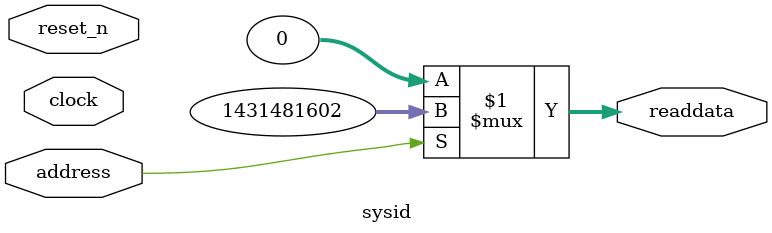
<source format=v>

`timescale 1ns / 1ps
// synthesis translate_on

// turn off superfluous verilog processor warnings 
// altera message_level Level1 
// altera message_off 10034 10035 10036 10037 10230 10240 10030 

module sysid (
               // inputs:
                address,
                clock,
                reset_n,

               // outputs:
                readdata
             )
;

  output  [ 31: 0] readdata;
  input            address;
  input            clock;
  input            reset_n;

  wire    [ 31: 0] readdata;
  //control_slave, which is an e_avalon_slave
  assign readdata = address ? 1431481602 : 0;

endmodule


</source>
